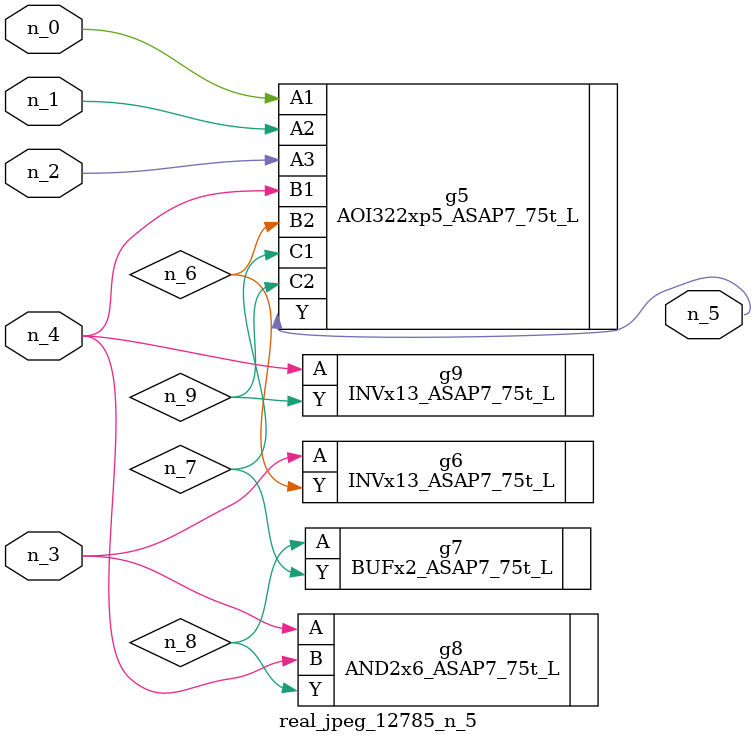
<source format=v>
module real_jpeg_12785_n_5 (n_4, n_0, n_1, n_2, n_3, n_5);

input n_4;
input n_0;
input n_1;
input n_2;
input n_3;

output n_5;

wire n_8;
wire n_6;
wire n_7;
wire n_9;

AOI322xp5_ASAP7_75t_L g5 ( 
.A1(n_0),
.A2(n_1),
.A3(n_2),
.B1(n_4),
.B2(n_6),
.C1(n_7),
.C2(n_9),
.Y(n_5)
);

INVx13_ASAP7_75t_L g6 ( 
.A(n_3),
.Y(n_6)
);

AND2x6_ASAP7_75t_L g8 ( 
.A(n_3),
.B(n_4),
.Y(n_8)
);

INVx13_ASAP7_75t_L g9 ( 
.A(n_4),
.Y(n_9)
);

BUFx2_ASAP7_75t_L g7 ( 
.A(n_8),
.Y(n_7)
);


endmodule
</source>
